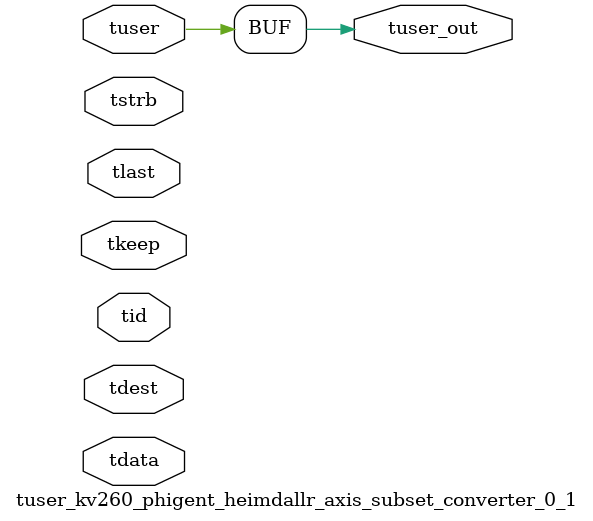
<source format=v>


`timescale 1ps/1ps

module tuser_kv260_phigent_heimdallr_axis_subset_converter_0_1 #
(
parameter C_S_AXIS_TUSER_WIDTH = 1,
parameter C_S_AXIS_TDATA_WIDTH = 32,
parameter C_S_AXIS_TID_WIDTH   = 0,
parameter C_S_AXIS_TDEST_WIDTH = 0,
parameter C_M_AXIS_TUSER_WIDTH = 1
)
(
input  [(C_S_AXIS_TUSER_WIDTH == 0 ? 1 : C_S_AXIS_TUSER_WIDTH)-1:0     ] tuser,
input  [(C_S_AXIS_TDATA_WIDTH == 0 ? 1 : C_S_AXIS_TDATA_WIDTH)-1:0     ] tdata,
input  [(C_S_AXIS_TID_WIDTH   == 0 ? 1 : C_S_AXIS_TID_WIDTH)-1:0       ] tid,
input  [(C_S_AXIS_TDEST_WIDTH == 0 ? 1 : C_S_AXIS_TDEST_WIDTH)-1:0     ] tdest,
input  [(C_S_AXIS_TDATA_WIDTH/8)-1:0 ] tkeep,
input  [(C_S_AXIS_TDATA_WIDTH/8)-1:0 ] tstrb,
input                                                                    tlast,
output [C_M_AXIS_TUSER_WIDTH-1:0] tuser_out
);

assign tuser_out = {tuser[0:0]};

endmodule


</source>
